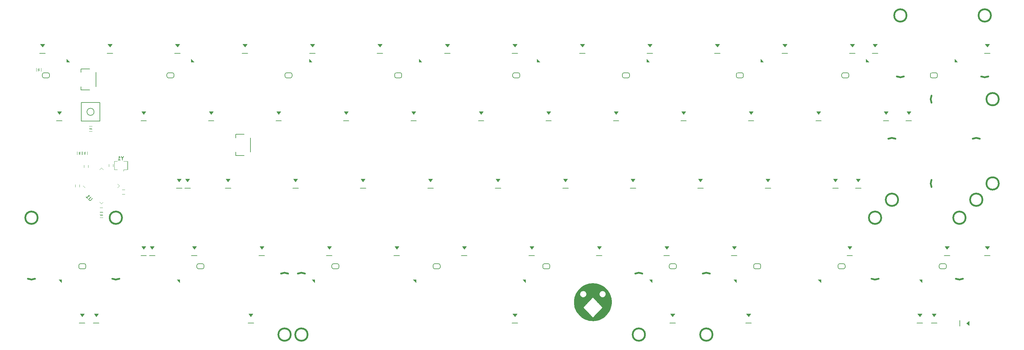
<source format=gbr>
%TF.GenerationSoftware,KiCad,Pcbnew,(5.1.11)-1*%
%TF.CreationDate,2022-10-09T01:58:47+07:00*%
%TF.ProjectId,Eclipse60,45636c69-7073-4653-9630-2e6b69636164,rev?*%
%TF.SameCoordinates,Original*%
%TF.FileFunction,Legend,Bot*%
%TF.FilePolarity,Positive*%
%FSLAX46Y46*%
G04 Gerber Fmt 4.6, Leading zero omitted, Abs format (unit mm)*
G04 Created by KiCad (PCBNEW (5.1.11)-1) date 2022-10-09 01:58:47*
%MOMM*%
%LPD*%
G01*
G04 APERTURE LIST*
%ADD10C,0.010000*%
%ADD11C,0.150000*%
%ADD12C,0.100000*%
%ADD13C,0.500000*%
%ADD14C,0.120000*%
G04 APERTURE END LIST*
D10*
%TO.C,G\u002A\u002A\u002A*%
G36*
X196379322Y-106797627D02*
G01*
X196238334Y-106800808D01*
X196112517Y-106806898D01*
X195993601Y-106816545D01*
X195873318Y-106830393D01*
X195743399Y-106849089D01*
X195623000Y-106868637D01*
X195234290Y-106949869D01*
X194855470Y-107060448D01*
X194487898Y-107199139D01*
X194132932Y-107364707D01*
X193791929Y-107555919D01*
X193466248Y-107771537D01*
X193157245Y-108010329D01*
X192866278Y-108271059D01*
X192594706Y-108552492D01*
X192343885Y-108853393D01*
X192115173Y-109172528D01*
X191909927Y-109508661D01*
X191729506Y-109860558D01*
X191575267Y-110226985D01*
X191448568Y-110606705D01*
X191426158Y-110685937D01*
X191365398Y-110926852D01*
X191318539Y-111158921D01*
X191284220Y-111391642D01*
X191261082Y-111634515D01*
X191247765Y-111897039D01*
X191246462Y-111941240D01*
X191246868Y-112312045D01*
X191269316Y-112665154D01*
X191314879Y-113006713D01*
X191384632Y-113342868D01*
X191479649Y-113679765D01*
X191601004Y-114023549D01*
X191618079Y-114067312D01*
X191776181Y-114425688D01*
X191963135Y-114773073D01*
X192177317Y-115107370D01*
X192417101Y-115426482D01*
X192680859Y-115728309D01*
X192966967Y-116010755D01*
X193273798Y-116271721D01*
X193403450Y-116370720D01*
X193735731Y-116596811D01*
X194085232Y-116796590D01*
X194450617Y-116969509D01*
X194830548Y-117115018D01*
X195223690Y-117232567D01*
X195628705Y-117321608D01*
X195779031Y-117346867D01*
X195853555Y-117357487D01*
X195927504Y-117365881D01*
X196006353Y-117372352D01*
X196095574Y-117377205D01*
X196200642Y-117380743D01*
X196327029Y-117383271D01*
X196464375Y-117384942D01*
X196587009Y-117385893D01*
X196702603Y-117386333D01*
X196806410Y-117386279D01*
X196893681Y-117385749D01*
X196959666Y-117384759D01*
X196999618Y-117383327D01*
X197004125Y-117382983D01*
X197404282Y-117331237D01*
X197799209Y-117249918D01*
X198185654Y-117139968D01*
X198560363Y-117002331D01*
X198920082Y-116837949D01*
X198966860Y-116813998D01*
X199261540Y-116651025D01*
X199533429Y-116478645D01*
X199789360Y-116291773D01*
X200036169Y-116085325D01*
X200280690Y-115854217D01*
X200346502Y-115787651D01*
X200624195Y-115480930D01*
X200874540Y-115158270D01*
X201097184Y-114820447D01*
X201291774Y-114468235D01*
X201457957Y-114102410D01*
X201595381Y-113723746D01*
X201632100Y-113591284D01*
X199255153Y-113591284D01*
X199246091Y-113608139D01*
X199218066Y-113643907D01*
X199174332Y-113694821D01*
X199118142Y-113757111D01*
X199052751Y-113827009D01*
X199040840Y-113839495D01*
X198884734Y-114002746D01*
X198723312Y-114171675D01*
X198558058Y-114344724D01*
X198390456Y-114520334D01*
X198221988Y-114696944D01*
X198054139Y-114872996D01*
X197888393Y-115046930D01*
X197726233Y-115217186D01*
X197569142Y-115382205D01*
X197418604Y-115540427D01*
X197276103Y-115690293D01*
X197143122Y-115830243D01*
X197021145Y-115958719D01*
X196911655Y-116074159D01*
X196816137Y-116175006D01*
X196736073Y-116259699D01*
X196672948Y-116326679D01*
X196628244Y-116374387D01*
X196603446Y-116401262D01*
X196599648Y-116405572D01*
X196570320Y-116436537D01*
X196548584Y-116452575D01*
X196543961Y-116453197D01*
X196531414Y-116441233D01*
X196498692Y-116408018D01*
X196447490Y-116355316D01*
X196379504Y-116284893D01*
X196296428Y-116198514D01*
X196199957Y-116097944D01*
X196091785Y-115984949D01*
X195973609Y-115861293D01*
X195847123Y-115728743D01*
X195714021Y-115589063D01*
X195685933Y-115559562D01*
X195537237Y-115403396D01*
X195384061Y-115242580D01*
X195229469Y-115080331D01*
X195076527Y-114919862D01*
X194928299Y-114764387D01*
X194787852Y-114617123D01*
X194658250Y-114481283D01*
X194542558Y-114360082D01*
X194443841Y-114256735D01*
X194393907Y-114204500D01*
X194265964Y-114070599D01*
X194158402Y-113957709D01*
X194069552Y-113863993D01*
X193997748Y-113787615D01*
X193941322Y-113726738D01*
X193898608Y-113679525D01*
X193867938Y-113644141D01*
X193847645Y-113618748D01*
X193836062Y-113601510D01*
X193831521Y-113590591D01*
X193831796Y-113585281D01*
X193843071Y-113572523D01*
X193874568Y-113538542D01*
X193924613Y-113485104D01*
X193991530Y-113413974D01*
X194073641Y-113326918D01*
X194169273Y-113225702D01*
X194276748Y-113112092D01*
X194394390Y-112987854D01*
X194520525Y-112854754D01*
X194653476Y-112714557D01*
X194791568Y-112569030D01*
X194933123Y-112419937D01*
X195076467Y-112269046D01*
X195219924Y-112118122D01*
X195361818Y-111968930D01*
X195500472Y-111823237D01*
X195634212Y-111682808D01*
X195761361Y-111549410D01*
X195880243Y-111424807D01*
X195989182Y-111310767D01*
X196086503Y-111209054D01*
X196131421Y-111162187D01*
X196202572Y-111087934D01*
X196277895Y-111009224D01*
X196349129Y-110934694D01*
X196408013Y-110872984D01*
X196416066Y-110864531D01*
X196464904Y-110814241D01*
X196505889Y-110773883D01*
X196534060Y-110748230D01*
X196543959Y-110741500D01*
X196556357Y-110752751D01*
X196588959Y-110785376D01*
X196640153Y-110837679D01*
X196708327Y-110907966D01*
X196791869Y-110994543D01*
X196889166Y-111095715D01*
X196998607Y-111209788D01*
X197118579Y-111335067D01*
X197247471Y-111469858D01*
X197383670Y-111612465D01*
X197525563Y-111761196D01*
X197671540Y-111914354D01*
X197819988Y-112070246D01*
X197969295Y-112227177D01*
X198117848Y-112383452D01*
X198264037Y-112537378D01*
X198406247Y-112687259D01*
X198542868Y-112831401D01*
X198672287Y-112968110D01*
X198792893Y-113095690D01*
X198903073Y-113212448D01*
X199001214Y-113316689D01*
X199085706Y-113406719D01*
X199154935Y-113480842D01*
X199207290Y-113537365D01*
X199241159Y-113574593D01*
X199254929Y-113590831D01*
X199255153Y-113591284D01*
X201632100Y-113591284D01*
X201703693Y-113333018D01*
X201782539Y-112931000D01*
X201830732Y-112528615D01*
X201838309Y-112402384D01*
X201842338Y-112255018D01*
X201842990Y-112094476D01*
X201840434Y-111928716D01*
X201834840Y-111765695D01*
X201826379Y-111613371D01*
X201815219Y-111479702D01*
X201806825Y-111408250D01*
X201735970Y-110997353D01*
X201636845Y-110600690D01*
X201509157Y-110217485D01*
X201359941Y-109864300D01*
X200177753Y-109864300D01*
X200171255Y-109962855D01*
X200157878Y-110044585D01*
X200153783Y-110059962D01*
X200094047Y-110211407D01*
X200009419Y-110349953D01*
X199903631Y-110471933D01*
X199780416Y-110573677D01*
X199643504Y-110651519D01*
X199502137Y-110700479D01*
X199395340Y-110717586D01*
X199273874Y-110723142D01*
X199152652Y-110717123D01*
X199053637Y-110701218D01*
X198904045Y-110650080D01*
X198765500Y-110571531D01*
X198641532Y-110469006D01*
X198535672Y-110345941D01*
X198451451Y-110205773D01*
X198394718Y-110059962D01*
X198379746Y-109983797D01*
X198371643Y-109888130D01*
X198371370Y-109864300D01*
X194716753Y-109864300D01*
X194710255Y-109962855D01*
X194696878Y-110044585D01*
X194692783Y-110059962D01*
X194633047Y-110211407D01*
X194548419Y-110349953D01*
X194442631Y-110471933D01*
X194319416Y-110573677D01*
X194182504Y-110651519D01*
X194041137Y-110700479D01*
X193934340Y-110717586D01*
X193812874Y-110723142D01*
X193691652Y-110717123D01*
X193592637Y-110701218D01*
X193443045Y-110650080D01*
X193304500Y-110571531D01*
X193180532Y-110469006D01*
X193074672Y-110345941D01*
X192990451Y-110205773D01*
X192933718Y-110059962D01*
X192918746Y-109983797D01*
X192910643Y-109888130D01*
X192909453Y-109784467D01*
X192915217Y-109684313D01*
X192927977Y-109599174D01*
X192931955Y-109582745D01*
X192988353Y-109430925D01*
X193071768Y-109291413D01*
X193178695Y-109167765D01*
X193305630Y-109063538D01*
X193449070Y-108982288D01*
X193567188Y-108938026D01*
X193662342Y-108918824D01*
X193774603Y-108910113D01*
X193891112Y-108911893D01*
X193999010Y-108924164D01*
X194059313Y-108938026D01*
X194212970Y-108999398D01*
X194352790Y-109086455D01*
X194475270Y-109195639D01*
X194576904Y-109323395D01*
X194654191Y-109466166D01*
X194694546Y-109582745D01*
X194708941Y-109662739D01*
X194716329Y-109760426D01*
X194716753Y-109864300D01*
X198371370Y-109864300D01*
X198370453Y-109784467D01*
X198376217Y-109684313D01*
X198388977Y-109599174D01*
X198392955Y-109582745D01*
X198449353Y-109430925D01*
X198532768Y-109291413D01*
X198639695Y-109167765D01*
X198766630Y-109063538D01*
X198910070Y-108982288D01*
X199028188Y-108938026D01*
X199123039Y-108918882D01*
X199235058Y-108910154D01*
X199351420Y-108911847D01*
X199459299Y-108923965D01*
X199520313Y-108937879D01*
X199672255Y-108998523D01*
X199811247Y-109085060D01*
X199933569Y-109193717D01*
X200035505Y-109320720D01*
X200113337Y-109462293D01*
X200155546Y-109582745D01*
X200169941Y-109662739D01*
X200177329Y-109760426D01*
X200177753Y-109864300D01*
X201359941Y-109864300D01*
X201352616Y-109846964D01*
X201166929Y-109488352D01*
X200955286Y-109146062D01*
X200717301Y-108818713D01*
X200456626Y-108511888D01*
X200174921Y-108226669D01*
X199873845Y-107964139D01*
X199555059Y-107725382D01*
X199220222Y-107511479D01*
X198870994Y-107323514D01*
X198509035Y-107162571D01*
X198136005Y-107029731D01*
X197753563Y-106926077D01*
X197464500Y-106868637D01*
X197320394Y-106845452D01*
X197192750Y-106827648D01*
X197073301Y-106814579D01*
X196953777Y-106805599D01*
X196825909Y-106800062D01*
X196681429Y-106797323D01*
X196543750Y-106796711D01*
X196379322Y-106797627D01*
G37*
X196379322Y-106797627D02*
X196238334Y-106800808D01*
X196112517Y-106806898D01*
X195993601Y-106816545D01*
X195873318Y-106830393D01*
X195743399Y-106849089D01*
X195623000Y-106868637D01*
X195234290Y-106949869D01*
X194855470Y-107060448D01*
X194487898Y-107199139D01*
X194132932Y-107364707D01*
X193791929Y-107555919D01*
X193466248Y-107771537D01*
X193157245Y-108010329D01*
X192866278Y-108271059D01*
X192594706Y-108552492D01*
X192343885Y-108853393D01*
X192115173Y-109172528D01*
X191909927Y-109508661D01*
X191729506Y-109860558D01*
X191575267Y-110226985D01*
X191448568Y-110606705D01*
X191426158Y-110685937D01*
X191365398Y-110926852D01*
X191318539Y-111158921D01*
X191284220Y-111391642D01*
X191261082Y-111634515D01*
X191247765Y-111897039D01*
X191246462Y-111941240D01*
X191246868Y-112312045D01*
X191269316Y-112665154D01*
X191314879Y-113006713D01*
X191384632Y-113342868D01*
X191479649Y-113679765D01*
X191601004Y-114023549D01*
X191618079Y-114067312D01*
X191776181Y-114425688D01*
X191963135Y-114773073D01*
X192177317Y-115107370D01*
X192417101Y-115426482D01*
X192680859Y-115728309D01*
X192966967Y-116010755D01*
X193273798Y-116271721D01*
X193403450Y-116370720D01*
X193735731Y-116596811D01*
X194085232Y-116796590D01*
X194450617Y-116969509D01*
X194830548Y-117115018D01*
X195223690Y-117232567D01*
X195628705Y-117321608D01*
X195779031Y-117346867D01*
X195853555Y-117357487D01*
X195927504Y-117365881D01*
X196006353Y-117372352D01*
X196095574Y-117377205D01*
X196200642Y-117380743D01*
X196327029Y-117383271D01*
X196464375Y-117384942D01*
X196587009Y-117385893D01*
X196702603Y-117386333D01*
X196806410Y-117386279D01*
X196893681Y-117385749D01*
X196959666Y-117384759D01*
X196999618Y-117383327D01*
X197004125Y-117382983D01*
X197404282Y-117331237D01*
X197799209Y-117249918D01*
X198185654Y-117139968D01*
X198560363Y-117002331D01*
X198920082Y-116837949D01*
X198966860Y-116813998D01*
X199261540Y-116651025D01*
X199533429Y-116478645D01*
X199789360Y-116291773D01*
X200036169Y-116085325D01*
X200280690Y-115854217D01*
X200346502Y-115787651D01*
X200624195Y-115480930D01*
X200874540Y-115158270D01*
X201097184Y-114820447D01*
X201291774Y-114468235D01*
X201457957Y-114102410D01*
X201595381Y-113723746D01*
X201632100Y-113591284D01*
X199255153Y-113591284D01*
X199246091Y-113608139D01*
X199218066Y-113643907D01*
X199174332Y-113694821D01*
X199118142Y-113757111D01*
X199052751Y-113827009D01*
X199040840Y-113839495D01*
X198884734Y-114002746D01*
X198723312Y-114171675D01*
X198558058Y-114344724D01*
X198390456Y-114520334D01*
X198221988Y-114696944D01*
X198054139Y-114872996D01*
X197888393Y-115046930D01*
X197726233Y-115217186D01*
X197569142Y-115382205D01*
X197418604Y-115540427D01*
X197276103Y-115690293D01*
X197143122Y-115830243D01*
X197021145Y-115958719D01*
X196911655Y-116074159D01*
X196816137Y-116175006D01*
X196736073Y-116259699D01*
X196672948Y-116326679D01*
X196628244Y-116374387D01*
X196603446Y-116401262D01*
X196599648Y-116405572D01*
X196570320Y-116436537D01*
X196548584Y-116452575D01*
X196543961Y-116453197D01*
X196531414Y-116441233D01*
X196498692Y-116408018D01*
X196447490Y-116355316D01*
X196379504Y-116284893D01*
X196296428Y-116198514D01*
X196199957Y-116097944D01*
X196091785Y-115984949D01*
X195973609Y-115861293D01*
X195847123Y-115728743D01*
X195714021Y-115589063D01*
X195685933Y-115559562D01*
X195537237Y-115403396D01*
X195384061Y-115242580D01*
X195229469Y-115080331D01*
X195076527Y-114919862D01*
X194928299Y-114764387D01*
X194787852Y-114617123D01*
X194658250Y-114481283D01*
X194542558Y-114360082D01*
X194443841Y-114256735D01*
X194393907Y-114204500D01*
X194265964Y-114070599D01*
X194158402Y-113957709D01*
X194069552Y-113863993D01*
X193997748Y-113787615D01*
X193941322Y-113726738D01*
X193898608Y-113679525D01*
X193867938Y-113644141D01*
X193847645Y-113618748D01*
X193836062Y-113601510D01*
X193831521Y-113590591D01*
X193831796Y-113585281D01*
X193843071Y-113572523D01*
X193874568Y-113538542D01*
X193924613Y-113485104D01*
X193991530Y-113413974D01*
X194073641Y-113326918D01*
X194169273Y-113225702D01*
X194276748Y-113112092D01*
X194394390Y-112987854D01*
X194520525Y-112854754D01*
X194653476Y-112714557D01*
X194791568Y-112569030D01*
X194933123Y-112419937D01*
X195076467Y-112269046D01*
X195219924Y-112118122D01*
X195361818Y-111968930D01*
X195500472Y-111823237D01*
X195634212Y-111682808D01*
X195761361Y-111549410D01*
X195880243Y-111424807D01*
X195989182Y-111310767D01*
X196086503Y-111209054D01*
X196131421Y-111162187D01*
X196202572Y-111087934D01*
X196277895Y-111009224D01*
X196349129Y-110934694D01*
X196408013Y-110872984D01*
X196416066Y-110864531D01*
X196464904Y-110814241D01*
X196505889Y-110773883D01*
X196534060Y-110748230D01*
X196543959Y-110741500D01*
X196556357Y-110752751D01*
X196588959Y-110785376D01*
X196640153Y-110837679D01*
X196708327Y-110907966D01*
X196791869Y-110994543D01*
X196889166Y-111095715D01*
X196998607Y-111209788D01*
X197118579Y-111335067D01*
X197247471Y-111469858D01*
X197383670Y-111612465D01*
X197525563Y-111761196D01*
X197671540Y-111914354D01*
X197819988Y-112070246D01*
X197969295Y-112227177D01*
X198117848Y-112383452D01*
X198264037Y-112537378D01*
X198406247Y-112687259D01*
X198542868Y-112831401D01*
X198672287Y-112968110D01*
X198792893Y-113095690D01*
X198903073Y-113212448D01*
X199001214Y-113316689D01*
X199085706Y-113406719D01*
X199154935Y-113480842D01*
X199207290Y-113537365D01*
X199241159Y-113574593D01*
X199254929Y-113590831D01*
X199255153Y-113591284D01*
X201632100Y-113591284D01*
X201703693Y-113333018D01*
X201782539Y-112931000D01*
X201830732Y-112528615D01*
X201838309Y-112402384D01*
X201842338Y-112255018D01*
X201842990Y-112094476D01*
X201840434Y-111928716D01*
X201834840Y-111765695D01*
X201826379Y-111613371D01*
X201815219Y-111479702D01*
X201806825Y-111408250D01*
X201735970Y-110997353D01*
X201636845Y-110600690D01*
X201509157Y-110217485D01*
X201359941Y-109864300D01*
X200177753Y-109864300D01*
X200171255Y-109962855D01*
X200157878Y-110044585D01*
X200153783Y-110059962D01*
X200094047Y-110211407D01*
X200009419Y-110349953D01*
X199903631Y-110471933D01*
X199780416Y-110573677D01*
X199643504Y-110651519D01*
X199502137Y-110700479D01*
X199395340Y-110717586D01*
X199273874Y-110723142D01*
X199152652Y-110717123D01*
X199053637Y-110701218D01*
X198904045Y-110650080D01*
X198765500Y-110571531D01*
X198641532Y-110469006D01*
X198535672Y-110345941D01*
X198451451Y-110205773D01*
X198394718Y-110059962D01*
X198379746Y-109983797D01*
X198371643Y-109888130D01*
X198371370Y-109864300D01*
X194716753Y-109864300D01*
X194710255Y-109962855D01*
X194696878Y-110044585D01*
X194692783Y-110059962D01*
X194633047Y-110211407D01*
X194548419Y-110349953D01*
X194442631Y-110471933D01*
X194319416Y-110573677D01*
X194182504Y-110651519D01*
X194041137Y-110700479D01*
X193934340Y-110717586D01*
X193812874Y-110723142D01*
X193691652Y-110717123D01*
X193592637Y-110701218D01*
X193443045Y-110650080D01*
X193304500Y-110571531D01*
X193180532Y-110469006D01*
X193074672Y-110345941D01*
X192990451Y-110205773D01*
X192933718Y-110059962D01*
X192918746Y-109983797D01*
X192910643Y-109888130D01*
X192909453Y-109784467D01*
X192915217Y-109684313D01*
X192927977Y-109599174D01*
X192931955Y-109582745D01*
X192988353Y-109430925D01*
X193071768Y-109291413D01*
X193178695Y-109167765D01*
X193305630Y-109063538D01*
X193449070Y-108982288D01*
X193567188Y-108938026D01*
X193662342Y-108918824D01*
X193774603Y-108910113D01*
X193891112Y-108911893D01*
X193999010Y-108924164D01*
X194059313Y-108938026D01*
X194212970Y-108999398D01*
X194352790Y-109086455D01*
X194475270Y-109195639D01*
X194576904Y-109323395D01*
X194654191Y-109466166D01*
X194694546Y-109582745D01*
X194708941Y-109662739D01*
X194716329Y-109760426D01*
X194716753Y-109864300D01*
X198371370Y-109864300D01*
X198370453Y-109784467D01*
X198376217Y-109684313D01*
X198388977Y-109599174D01*
X198392955Y-109582745D01*
X198449353Y-109430925D01*
X198532768Y-109291413D01*
X198639695Y-109167765D01*
X198766630Y-109063538D01*
X198910070Y-108982288D01*
X199028188Y-108938026D01*
X199123039Y-108918882D01*
X199235058Y-108910154D01*
X199351420Y-108911847D01*
X199459299Y-108923965D01*
X199520313Y-108937879D01*
X199672255Y-108998523D01*
X199811247Y-109085060D01*
X199933569Y-109193717D01*
X200035505Y-109320720D01*
X200113337Y-109462293D01*
X200155546Y-109582745D01*
X200169941Y-109662739D01*
X200177329Y-109760426D01*
X200177753Y-109864300D01*
X201359941Y-109864300D01*
X201352616Y-109846964D01*
X201166929Y-109488352D01*
X200955286Y-109146062D01*
X200717301Y-108818713D01*
X200456626Y-108511888D01*
X200174921Y-108226669D01*
X199873845Y-107964139D01*
X199555059Y-107725382D01*
X199220222Y-107511479D01*
X198870994Y-107323514D01*
X198509035Y-107162571D01*
X198136005Y-107029731D01*
X197753563Y-106926077D01*
X197464500Y-106868637D01*
X197320394Y-106845452D01*
X197192750Y-106827648D01*
X197073301Y-106814579D01*
X196953777Y-106805599D01*
X196825909Y-106800062D01*
X196681429Y-106797323D01*
X196543750Y-106796711D01*
X196379322Y-106797627D01*
D11*
%TO.C,J1*%
X95742750Y-69696000D02*
X95742750Y-70696000D01*
X95742750Y-70696000D02*
X98142750Y-70696000D01*
X99942750Y-69696000D02*
X99942750Y-65696000D01*
X98142750Y-64696000D02*
X95742750Y-64696000D01*
X95742750Y-64696000D02*
X95742750Y-65696000D01*
%TO.C,J2*%
X52113750Y-51184375D02*
X52113750Y-52184375D01*
X52113750Y-52184375D02*
X54513750Y-52184375D01*
X56313750Y-51184375D02*
X56313750Y-47184375D01*
X54513750Y-46184375D02*
X52113750Y-46184375D01*
X52113750Y-46184375D02*
X52113750Y-47184375D01*
D12*
%TO.C,D16*%
G36*
X219075000Y-116200000D02*
G01*
X219675000Y-115400000D01*
X218475000Y-115400000D01*
X219075000Y-116200000D01*
G37*
X219075000Y-116200000D02*
X219675000Y-115400000D01*
X218475000Y-115400000D01*
X219075000Y-116200000D01*
D11*
X218275000Y-118000000D02*
X219875000Y-118000000D01*
D13*
%TO.C,MX84*%
X311153750Y-54768750D02*
G75*
G03*
X311153750Y-54768750I-1750000J0D01*
G01*
X311153750Y-78581250D02*
G75*
G03*
X311153750Y-78581250I-1750000J0D01*
G01*
X292163225Y-53769801D02*
G75*
G03*
X292163750Y-55768750I2000525J-998949D01*
G01*
X292163225Y-77582301D02*
G75*
G03*
X292163750Y-79581250I2000525J-998949D01*
G01*
%TO.C,MX45*%
X282737500Y-83185000D02*
G75*
G03*
X282737500Y-83185000I-1750000J0D01*
G01*
X306550000Y-83185000D02*
G75*
G03*
X306550000Y-83185000I-1750000J0D01*
G01*
X281986449Y-65944475D02*
G75*
G03*
X279987500Y-65945000I-998949J-2000525D01*
G01*
X305798949Y-65944475D02*
G75*
G03*
X303800000Y-65945000I-998949J-2000525D01*
G01*
%TO.C,MX79*%
X116050000Y-121285000D02*
G75*
G03*
X116050000Y-121285000I-1750000J0D01*
G01*
X230350000Y-121285000D02*
G75*
G03*
X230350000Y-121285000I-1750000J0D01*
G01*
X229598949Y-104044475D02*
G75*
G03*
X227600000Y-104045000I-998949J-2000525D01*
G01*
X115298949Y-104044475D02*
G75*
G03*
X113300000Y-104045000I-998949J-2000525D01*
G01*
D14*
%TO.C,R5*%
X40825000Y-46859375D02*
X40825000Y-46009375D01*
X39425000Y-46859375D02*
X39425000Y-46009375D01*
D12*
X39925000Y-46184375D02*
X40325000Y-46084375D01*
X40325000Y-46684375D02*
X39925000Y-46584375D01*
X39925000Y-46784375D02*
X40325000Y-46684375D01*
X39925000Y-46584375D02*
X40325000Y-46484375D01*
X40325000Y-46484375D02*
X39925000Y-46384375D01*
X39925000Y-46384375D02*
X40325000Y-46284375D01*
X40325000Y-46284375D02*
X39925000Y-46184375D01*
D11*
%TO.C,D72*%
X300175000Y-117300000D02*
X300175000Y-118900000D01*
D12*
G36*
X301975000Y-118100000D02*
G01*
X302775000Y-118700000D01*
X302775000Y-117500000D01*
X301975000Y-118100000D01*
G37*
X301975000Y-118100000D02*
X302775000Y-118700000D01*
X302775000Y-117500000D01*
X301975000Y-118100000D01*
D11*
%TO.C,D70*%
X292093750Y-118000000D02*
X293693750Y-118000000D01*
D12*
G36*
X292893750Y-116200000D02*
G01*
X293493750Y-115400000D01*
X292293750Y-115400000D01*
X292893750Y-116200000D01*
G37*
X292893750Y-116200000D02*
X293493750Y-115400000D01*
X292293750Y-115400000D01*
X292893750Y-116200000D01*
D11*
%TO.C,D69*%
X173749000Y-118000000D02*
X175349000Y-118000000D01*
D12*
G36*
X174549000Y-116200000D02*
G01*
X175149000Y-115400000D01*
X173949000Y-115400000D01*
X174549000Y-116200000D01*
G37*
X174549000Y-116200000D02*
X175149000Y-115400000D01*
X173949000Y-115400000D01*
X174549000Y-116200000D01*
D11*
%TO.C,D68*%
X239706420Y-118000000D02*
X241306420Y-118000000D01*
D12*
G36*
X240506420Y-116200000D02*
G01*
X241106420Y-115400000D01*
X239906420Y-115400000D01*
X240506420Y-116200000D01*
G37*
X240506420Y-116200000D02*
X241106420Y-115400000D01*
X239906420Y-115400000D01*
X240506420Y-116200000D01*
D11*
%TO.C,D67*%
X99212500Y-118000000D02*
X100812500Y-118000000D01*
D12*
G36*
X100012500Y-116200000D02*
G01*
X100612500Y-115400000D01*
X99412500Y-115400000D01*
X100012500Y-116200000D01*
G37*
X100012500Y-116200000D02*
X100612500Y-115400000D01*
X99412500Y-115400000D01*
X100012500Y-116200000D01*
D11*
%TO.C,D66*%
X55587500Y-118000000D02*
X57187500Y-118000000D01*
D12*
G36*
X56387500Y-116200000D02*
G01*
X56987500Y-115400000D01*
X55787500Y-115400000D01*
X56387500Y-116200000D01*
G37*
X56387500Y-116200000D02*
X56987500Y-115400000D01*
X55787500Y-115400000D01*
X56387500Y-116200000D01*
D11*
%TO.C,D65*%
X51587500Y-118000000D02*
X53187500Y-118000000D01*
D12*
G36*
X52387500Y-116200000D02*
G01*
X52987500Y-115400000D01*
X51787500Y-115400000D01*
X52387500Y-116200000D01*
G37*
X52387500Y-116200000D02*
X52987500Y-115400000D01*
X51787500Y-115400000D01*
X52387500Y-116200000D01*
D11*
%TO.C,D63*%
X307099000Y-98950000D02*
X308699000Y-98950000D01*
D12*
G36*
X307899000Y-97150000D02*
G01*
X308499000Y-96350000D01*
X307299000Y-96350000D01*
X307899000Y-97150000D01*
G37*
X307899000Y-97150000D02*
X308499000Y-96350000D01*
X307299000Y-96350000D01*
X307899000Y-97150000D01*
D11*
%TO.C,D30*%
X284950000Y-60850000D02*
X286550000Y-60850000D01*
D12*
G36*
X285750000Y-59050000D02*
G01*
X286350000Y-58250000D01*
X285150000Y-58250000D01*
X285750000Y-59050000D01*
G37*
X285750000Y-59050000D02*
X286350000Y-58250000D01*
X285150000Y-58250000D01*
X285750000Y-59050000D01*
D11*
%TO.C,SW1*%
X55768750Y-58340625D02*
G75*
G03*
X55768750Y-58340625I-1000000J0D01*
G01*
X52168750Y-55740625D02*
X52168750Y-60940625D01*
X57368750Y-55740625D02*
X52168750Y-55740625D01*
X57368750Y-60940625D02*
X57368750Y-55740625D01*
X52168750Y-60940625D02*
X57368750Y-60940625D01*
D12*
%TO.C,R4*%
X54918750Y-63303125D02*
X55018750Y-62903125D01*
X54818750Y-62903125D02*
X54918750Y-63303125D01*
X54718750Y-63303125D02*
X54818750Y-62903125D01*
X54618750Y-62903125D02*
X54718750Y-63303125D01*
X54418750Y-62903125D02*
X54518750Y-63303125D01*
X54518750Y-63303125D02*
X54618750Y-62903125D01*
X55018750Y-62903125D02*
X55118750Y-63303125D01*
D14*
X54343750Y-62403125D02*
X55193750Y-62403125D01*
X54343750Y-63803125D02*
X55193750Y-63803125D01*
D12*
%TO.C,RGB18*%
G36*
X288693750Y-105784375D02*
G01*
X289493750Y-105784375D01*
X289493750Y-106584375D01*
X288693750Y-105784375D01*
G37*
X288693750Y-105784375D02*
X289493750Y-105784375D01*
X289493750Y-106584375D01*
X288693750Y-105784375D01*
D11*
X294343750Y-101734375D02*
X294343750Y-102234375D01*
X295843750Y-101234375D02*
X294843750Y-101234375D01*
X296343750Y-102234375D02*
X296343750Y-101734375D01*
X294843750Y-102734375D02*
X295843750Y-102734375D01*
X296343750Y-101734375D02*
G75*
G03*
X295843750Y-101234375I-500000J0D01*
G01*
X294843750Y-101234375D02*
G75*
G03*
X294343750Y-101734375I0J-500000D01*
G01*
X294343750Y-102234375D02*
G75*
G03*
X294843750Y-102734375I500000J0D01*
G01*
X295843750Y-102734375D02*
G75*
G03*
X296343750Y-102234375I0J500000D01*
G01*
D12*
%TO.C,RGB17*%
G36*
X260118750Y-105784375D02*
G01*
X260918750Y-105784375D01*
X260918750Y-106584375D01*
X260118750Y-105784375D01*
G37*
X260118750Y-105784375D02*
X260918750Y-105784375D01*
X260918750Y-106584375D01*
X260118750Y-105784375D01*
D11*
X265768750Y-101734375D02*
X265768750Y-102234375D01*
X267268750Y-101234375D02*
X266268750Y-101234375D01*
X267768750Y-102234375D02*
X267768750Y-101734375D01*
X266268750Y-102734375D02*
X267268750Y-102734375D01*
X267768750Y-101734375D02*
G75*
G03*
X267268750Y-101234375I-500000J0D01*
G01*
X266268750Y-101234375D02*
G75*
G03*
X265768750Y-101734375I0J-500000D01*
G01*
X265768750Y-102234375D02*
G75*
G03*
X266268750Y-102734375I500000J0D01*
G01*
X267268750Y-102734375D02*
G75*
G03*
X267768750Y-102234375I0J500000D01*
G01*
D12*
%TO.C,RGB16*%
G36*
X236306250Y-105784375D02*
G01*
X237106250Y-105784375D01*
X237106250Y-106584375D01*
X236306250Y-105784375D01*
G37*
X236306250Y-105784375D02*
X237106250Y-105784375D01*
X237106250Y-106584375D01*
X236306250Y-105784375D01*
D11*
X241956250Y-101734375D02*
X241956250Y-102234375D01*
X243456250Y-101234375D02*
X242456250Y-101234375D01*
X243956250Y-102234375D02*
X243956250Y-101734375D01*
X242456250Y-102734375D02*
X243456250Y-102734375D01*
X243956250Y-101734375D02*
G75*
G03*
X243456250Y-101234375I-500000J0D01*
G01*
X242456250Y-101234375D02*
G75*
G03*
X241956250Y-101734375I0J-500000D01*
G01*
X241956250Y-102234375D02*
G75*
G03*
X242456250Y-102734375I500000J0D01*
G01*
X243456250Y-102734375D02*
G75*
G03*
X243956250Y-102234375I0J500000D01*
G01*
D12*
%TO.C,RGB15*%
G36*
X212493750Y-105784375D02*
G01*
X213293750Y-105784375D01*
X213293750Y-106584375D01*
X212493750Y-105784375D01*
G37*
X212493750Y-105784375D02*
X213293750Y-105784375D01*
X213293750Y-106584375D01*
X212493750Y-105784375D01*
D11*
X218143750Y-101734375D02*
X218143750Y-102234375D01*
X219643750Y-101234375D02*
X218643750Y-101234375D01*
X220143750Y-102234375D02*
X220143750Y-101734375D01*
X218643750Y-102734375D02*
X219643750Y-102734375D01*
X220143750Y-101734375D02*
G75*
G03*
X219643750Y-101234375I-500000J0D01*
G01*
X218643750Y-101234375D02*
G75*
G03*
X218143750Y-101734375I0J-500000D01*
G01*
X218143750Y-102234375D02*
G75*
G03*
X218643750Y-102734375I500000J0D01*
G01*
X219643750Y-102734375D02*
G75*
G03*
X220143750Y-102234375I0J500000D01*
G01*
D12*
%TO.C,RGB14*%
G36*
X176775000Y-105784375D02*
G01*
X177575000Y-105784375D01*
X177575000Y-106584375D01*
X176775000Y-105784375D01*
G37*
X176775000Y-105784375D02*
X177575000Y-105784375D01*
X177575000Y-106584375D01*
X176775000Y-105784375D01*
D11*
X182425000Y-101734375D02*
X182425000Y-102234375D01*
X183925000Y-101234375D02*
X182925000Y-101234375D01*
X184425000Y-102234375D02*
X184425000Y-101734375D01*
X182925000Y-102734375D02*
X183925000Y-102734375D01*
X184425000Y-101734375D02*
G75*
G03*
X183925000Y-101234375I-500000J0D01*
G01*
X182925000Y-101234375D02*
G75*
G03*
X182425000Y-101734375I0J-500000D01*
G01*
X182425000Y-102234375D02*
G75*
G03*
X182925000Y-102734375I500000J0D01*
G01*
X183925000Y-102734375D02*
G75*
G03*
X184425000Y-102234375I0J500000D01*
G01*
D12*
%TO.C,RGB13*%
G36*
X145818750Y-105784375D02*
G01*
X146618750Y-105784375D01*
X146618750Y-106584375D01*
X145818750Y-105784375D01*
G37*
X145818750Y-105784375D02*
X146618750Y-105784375D01*
X146618750Y-106584375D01*
X145818750Y-105784375D01*
D11*
X151468750Y-101734375D02*
X151468750Y-102234375D01*
X152968750Y-101234375D02*
X151968750Y-101234375D01*
X153468750Y-102234375D02*
X153468750Y-101734375D01*
X151968750Y-102734375D02*
X152968750Y-102734375D01*
X153468750Y-101734375D02*
G75*
G03*
X152968750Y-101234375I-500000J0D01*
G01*
X151968750Y-101234375D02*
G75*
G03*
X151468750Y-101734375I0J-500000D01*
G01*
X151468750Y-102234375D02*
G75*
G03*
X151968750Y-102734375I500000J0D01*
G01*
X152968750Y-102734375D02*
G75*
G03*
X153468750Y-102234375I0J500000D01*
G01*
D12*
%TO.C,RGB12*%
G36*
X117243750Y-105784375D02*
G01*
X118043750Y-105784375D01*
X118043750Y-106584375D01*
X117243750Y-105784375D01*
G37*
X117243750Y-105784375D02*
X118043750Y-105784375D01*
X118043750Y-106584375D01*
X117243750Y-105784375D01*
D11*
X122893750Y-101734375D02*
X122893750Y-102234375D01*
X124393750Y-101234375D02*
X123393750Y-101234375D01*
X124893750Y-102234375D02*
X124893750Y-101734375D01*
X123393750Y-102734375D02*
X124393750Y-102734375D01*
X124893750Y-101734375D02*
G75*
G03*
X124393750Y-101234375I-500000J0D01*
G01*
X123393750Y-101234375D02*
G75*
G03*
X122893750Y-101734375I0J-500000D01*
G01*
X122893750Y-102234375D02*
G75*
G03*
X123393750Y-102734375I500000J0D01*
G01*
X124393750Y-102734375D02*
G75*
G03*
X124893750Y-102234375I0J500000D01*
G01*
D12*
%TO.C,RGB11*%
G36*
X79143750Y-105784375D02*
G01*
X79943750Y-105784375D01*
X79943750Y-106584375D01*
X79143750Y-105784375D01*
G37*
X79143750Y-105784375D02*
X79943750Y-105784375D01*
X79943750Y-106584375D01*
X79143750Y-105784375D01*
D11*
X84793750Y-101734375D02*
X84793750Y-102234375D01*
X86293750Y-101234375D02*
X85293750Y-101234375D01*
X86793750Y-102234375D02*
X86793750Y-101734375D01*
X85293750Y-102734375D02*
X86293750Y-102734375D01*
X86793750Y-101734375D02*
G75*
G03*
X86293750Y-101234375I-500000J0D01*
G01*
X85293750Y-101234375D02*
G75*
G03*
X84793750Y-101734375I0J-500000D01*
G01*
X84793750Y-102234375D02*
G75*
G03*
X85293750Y-102734375I500000J0D01*
G01*
X86293750Y-102734375D02*
G75*
G03*
X86793750Y-102234375I0J500000D01*
G01*
D12*
%TO.C,RGB10*%
G36*
X45806250Y-105784375D02*
G01*
X46606250Y-105784375D01*
X46606250Y-106584375D01*
X45806250Y-105784375D01*
G37*
X45806250Y-105784375D02*
X46606250Y-105784375D01*
X46606250Y-106584375D01*
X45806250Y-105784375D01*
D11*
X51456250Y-101734375D02*
X51456250Y-102234375D01*
X52956250Y-101234375D02*
X51956250Y-101234375D01*
X53456250Y-102234375D02*
X53456250Y-101734375D01*
X51956250Y-102734375D02*
X52956250Y-102734375D01*
X53456250Y-101734375D02*
G75*
G03*
X52956250Y-101234375I-500000J0D01*
G01*
X51956250Y-101234375D02*
G75*
G03*
X51456250Y-101734375I0J-500000D01*
G01*
X51456250Y-102234375D02*
G75*
G03*
X51956250Y-102734375I500000J0D01*
G01*
X52956250Y-102734375D02*
G75*
G03*
X53456250Y-102234375I0J500000D01*
G01*
D13*
%TO.C,MX76*%
X301787500Y-88265000D02*
G75*
G03*
X301787500Y-88265000I-1750000J0D01*
G01*
X277975000Y-88265000D02*
G75*
G03*
X277975000Y-88265000I-1750000J0D01*
G01*
X275226051Y-105505525D02*
G75*
G03*
X277225000Y-105505000I998949J2000525D01*
G01*
X299038551Y-105505525D02*
G75*
G03*
X301037500Y-105505000I998949J2000525D01*
G01*
%TO.C,MX46*%
X285118750Y-31115000D02*
G75*
G03*
X285118750Y-31115000I-1750000J0D01*
G01*
X308931250Y-31115000D02*
G75*
G03*
X308931250Y-31115000I-1750000J0D01*
G01*
X306182301Y-48355525D02*
G75*
G03*
X308181250Y-48355000I998949J2000525D01*
G01*
X282369801Y-48355525D02*
G75*
G03*
X284368750Y-48355000I998949J2000525D01*
G01*
D12*
%TO.C,RGB9*%
G36*
X299475000Y-44234375D02*
G01*
X298675000Y-44234375D01*
X298675000Y-43434375D01*
X299475000Y-44234375D01*
G37*
X299475000Y-44234375D02*
X298675000Y-44234375D01*
X298675000Y-43434375D01*
X299475000Y-44234375D01*
D11*
X293825000Y-48284375D02*
X293825000Y-47784375D01*
X292325000Y-48784375D02*
X293325000Y-48784375D01*
X291825000Y-47784375D02*
X291825000Y-48284375D01*
X293325000Y-47284375D02*
X292325000Y-47284375D01*
X292325000Y-47284375D02*
G75*
G03*
X291825000Y-47784375I0J-500000D01*
G01*
X293825000Y-47784375D02*
G75*
G03*
X293325000Y-47284375I-500000J0D01*
G01*
X293325000Y-48784375D02*
G75*
G03*
X293825000Y-48284375I0J500000D01*
G01*
X291825000Y-48284375D02*
G75*
G03*
X292325000Y-48784375I500000J0D01*
G01*
D12*
%TO.C,RGB8*%
G36*
X274471875Y-44234375D02*
G01*
X273671875Y-44234375D01*
X273671875Y-43434375D01*
X274471875Y-44234375D01*
G37*
X274471875Y-44234375D02*
X273671875Y-44234375D01*
X273671875Y-43434375D01*
X274471875Y-44234375D01*
D11*
X268821875Y-48284375D02*
X268821875Y-47784375D01*
X267321875Y-48784375D02*
X268321875Y-48784375D01*
X266821875Y-47784375D02*
X266821875Y-48284375D01*
X268321875Y-47284375D02*
X267321875Y-47284375D01*
X267321875Y-47284375D02*
G75*
G03*
X266821875Y-47784375I0J-500000D01*
G01*
X268821875Y-47784375D02*
G75*
G03*
X268321875Y-47284375I-500000J0D01*
G01*
X268321875Y-48784375D02*
G75*
G03*
X268821875Y-48284375I0J500000D01*
G01*
X266821875Y-48284375D02*
G75*
G03*
X267321875Y-48784375I500000J0D01*
G01*
D12*
%TO.C,RGB7*%
G36*
X244706250Y-44234375D02*
G01*
X243906250Y-44234375D01*
X243906250Y-43434375D01*
X244706250Y-44234375D01*
G37*
X244706250Y-44234375D02*
X243906250Y-44234375D01*
X243906250Y-43434375D01*
X244706250Y-44234375D01*
D11*
X239056250Y-48284375D02*
X239056250Y-47784375D01*
X237556250Y-48784375D02*
X238556250Y-48784375D01*
X237056250Y-47784375D02*
X237056250Y-48284375D01*
X238556250Y-47284375D02*
X237556250Y-47284375D01*
X237556250Y-47284375D02*
G75*
G03*
X237056250Y-47784375I0J-500000D01*
G01*
X239056250Y-47784375D02*
G75*
G03*
X238556250Y-47284375I-500000J0D01*
G01*
X238556250Y-48784375D02*
G75*
G03*
X239056250Y-48284375I0J500000D01*
G01*
X237056250Y-48284375D02*
G75*
G03*
X237556250Y-48784375I500000J0D01*
G01*
D12*
%TO.C,RGB6*%
G36*
X212559375Y-44234375D02*
G01*
X211759375Y-44234375D01*
X211759375Y-43434375D01*
X212559375Y-44234375D01*
G37*
X212559375Y-44234375D02*
X211759375Y-44234375D01*
X211759375Y-43434375D01*
X212559375Y-44234375D01*
D11*
X206909375Y-48284375D02*
X206909375Y-47784375D01*
X205409375Y-48784375D02*
X206409375Y-48784375D01*
X204909375Y-47784375D02*
X204909375Y-48284375D01*
X206409375Y-47284375D02*
X205409375Y-47284375D01*
X205409375Y-47284375D02*
G75*
G03*
X204909375Y-47784375I0J-500000D01*
G01*
X206909375Y-47784375D02*
G75*
G03*
X206409375Y-47284375I-500000J0D01*
G01*
X206409375Y-48784375D02*
G75*
G03*
X206909375Y-48284375I0J500000D01*
G01*
X204909375Y-48284375D02*
G75*
G03*
X205409375Y-48784375I500000J0D01*
G01*
D12*
%TO.C,RGB5*%
G36*
X181603125Y-44234375D02*
G01*
X180803125Y-44234375D01*
X180803125Y-43434375D01*
X181603125Y-44234375D01*
G37*
X181603125Y-44234375D02*
X180803125Y-44234375D01*
X180803125Y-43434375D01*
X181603125Y-44234375D01*
D11*
X175953125Y-48284375D02*
X175953125Y-47784375D01*
X174453125Y-48784375D02*
X175453125Y-48784375D01*
X173953125Y-47784375D02*
X173953125Y-48284375D01*
X175453125Y-47284375D02*
X174453125Y-47284375D01*
X174453125Y-47284375D02*
G75*
G03*
X173953125Y-47784375I0J-500000D01*
G01*
X175953125Y-47784375D02*
G75*
G03*
X175453125Y-47284375I-500000J0D01*
G01*
X175453125Y-48784375D02*
G75*
G03*
X175953125Y-48284375I0J500000D01*
G01*
X173953125Y-48284375D02*
G75*
G03*
X174453125Y-48784375I500000J0D01*
G01*
D12*
%TO.C,RGB4*%
G36*
X148265625Y-44234375D02*
G01*
X147465625Y-44234375D01*
X147465625Y-43434375D01*
X148265625Y-44234375D01*
G37*
X148265625Y-44234375D02*
X147465625Y-44234375D01*
X147465625Y-43434375D01*
X148265625Y-44234375D01*
D11*
X142615625Y-48284375D02*
X142615625Y-47784375D01*
X141115625Y-48784375D02*
X142115625Y-48784375D01*
X140615625Y-47784375D02*
X140615625Y-48284375D01*
X142115625Y-47284375D02*
X141115625Y-47284375D01*
X141115625Y-47284375D02*
G75*
G03*
X140615625Y-47784375I0J-500000D01*
G01*
X142615625Y-47784375D02*
G75*
G03*
X142115625Y-47284375I-500000J0D01*
G01*
X142115625Y-48784375D02*
G75*
G03*
X142615625Y-48284375I0J500000D01*
G01*
X140615625Y-48284375D02*
G75*
G03*
X141115625Y-48784375I500000J0D01*
G01*
D12*
%TO.C,RGB3*%
G36*
X117309375Y-44234375D02*
G01*
X116509375Y-44234375D01*
X116509375Y-43434375D01*
X117309375Y-44234375D01*
G37*
X117309375Y-44234375D02*
X116509375Y-44234375D01*
X116509375Y-43434375D01*
X117309375Y-44234375D01*
D11*
X111659375Y-48284375D02*
X111659375Y-47784375D01*
X110159375Y-48784375D02*
X111159375Y-48784375D01*
X109659375Y-47784375D02*
X109659375Y-48284375D01*
X111159375Y-47284375D02*
X110159375Y-47284375D01*
X110159375Y-47284375D02*
G75*
G03*
X109659375Y-47784375I0J-500000D01*
G01*
X111659375Y-47784375D02*
G75*
G03*
X111159375Y-47284375I-500000J0D01*
G01*
X111159375Y-48784375D02*
G75*
G03*
X111659375Y-48284375I0J500000D01*
G01*
X109659375Y-48284375D02*
G75*
G03*
X110159375Y-48784375I500000J0D01*
G01*
D12*
%TO.C,RGB2*%
G36*
X83971875Y-44234375D02*
G01*
X83171875Y-44234375D01*
X83171875Y-43434375D01*
X83971875Y-44234375D01*
G37*
X83971875Y-44234375D02*
X83171875Y-44234375D01*
X83171875Y-43434375D01*
X83971875Y-44234375D01*
D11*
X78321875Y-48284375D02*
X78321875Y-47784375D01*
X76821875Y-48784375D02*
X77821875Y-48784375D01*
X76321875Y-47784375D02*
X76321875Y-48284375D01*
X77821875Y-47284375D02*
X76821875Y-47284375D01*
X76821875Y-47284375D02*
G75*
G03*
X76321875Y-47784375I0J-500000D01*
G01*
X78321875Y-47784375D02*
G75*
G03*
X77821875Y-47284375I-500000J0D01*
G01*
X77821875Y-48784375D02*
G75*
G03*
X78321875Y-48284375I0J500000D01*
G01*
X76321875Y-48284375D02*
G75*
G03*
X76821875Y-48784375I500000J0D01*
G01*
D12*
%TO.C,RGB1*%
G36*
X48825000Y-44234375D02*
G01*
X48025000Y-44234375D01*
X48025000Y-43434375D01*
X48825000Y-44234375D01*
G37*
X48825000Y-44234375D02*
X48025000Y-44234375D01*
X48025000Y-43434375D01*
X48825000Y-44234375D01*
D11*
X43175000Y-48284375D02*
X43175000Y-47784375D01*
X41675000Y-48784375D02*
X42675000Y-48784375D01*
X41175000Y-47784375D02*
X41175000Y-48284375D01*
X42675000Y-47284375D02*
X41675000Y-47284375D01*
X41675000Y-47284375D02*
G75*
G03*
X41175000Y-47784375I0J-500000D01*
G01*
X43175000Y-47784375D02*
G75*
G03*
X42675000Y-47284375I-500000J0D01*
G01*
X42675000Y-48784375D02*
G75*
G03*
X43175000Y-48284375I0J500000D01*
G01*
X41175000Y-48284375D02*
G75*
G03*
X41675000Y-48784375I500000J0D01*
G01*
D14*
%TO.C,U1*%
X53207341Y-79743902D02*
X52694689Y-79231250D01*
X62905311Y-79231250D02*
X62392659Y-79743902D01*
X62392659Y-78718598D02*
X62905311Y-79231250D01*
X57800000Y-74125939D02*
X57287348Y-74638591D01*
X58312652Y-74638591D02*
X57800000Y-74125939D01*
X57800000Y-84336561D02*
X58312652Y-83823909D01*
X57287348Y-83823909D02*
X57800000Y-84336561D01*
D12*
%TO.C,R3*%
X51443750Y-70134375D02*
X51843750Y-70234375D01*
X51843750Y-70034375D02*
X51443750Y-70134375D01*
X51443750Y-69934375D02*
X51843750Y-70034375D01*
X51843750Y-69834375D02*
X51443750Y-69934375D01*
X51843750Y-69634375D02*
X51443750Y-69734375D01*
X51443750Y-69734375D02*
X51843750Y-69834375D01*
X51843750Y-70234375D02*
X51443750Y-70334375D01*
D14*
X52343750Y-69559375D02*
X52343750Y-70409375D01*
X50943750Y-69559375D02*
X50943750Y-70409375D01*
D12*
%TO.C,R2*%
X53343750Y-69834375D02*
X52943750Y-69734375D01*
X52943750Y-69934375D02*
X53343750Y-69834375D01*
X53343750Y-70034375D02*
X52943750Y-69934375D01*
X52943750Y-70134375D02*
X53343750Y-70034375D01*
X52943750Y-70334375D02*
X53343750Y-70234375D01*
X53343750Y-70234375D02*
X52943750Y-70134375D01*
X52943750Y-69734375D02*
X53343750Y-69634375D01*
D14*
X52443750Y-70409375D02*
X52443750Y-69559375D01*
X53843750Y-70409375D02*
X53843750Y-69559375D01*
%TO.C,Y1*%
X65300000Y-74281250D02*
X65300000Y-74681250D01*
X65100000Y-74281250D02*
X65100000Y-74681250D01*
X61500000Y-74281250D02*
X61500000Y-74681250D01*
X65300000Y-72281250D02*
X65300000Y-74281250D01*
X64100000Y-74681250D02*
X64100000Y-75081250D01*
X64100000Y-74681250D02*
X65100000Y-74681250D01*
X65100000Y-74281250D02*
X65100000Y-72281250D01*
X65100000Y-72281250D02*
X64100000Y-72281250D01*
X62300000Y-72281250D02*
X61500000Y-72281250D01*
X61500000Y-72281250D02*
X61500000Y-74281250D01*
X61500000Y-74681250D02*
X62300000Y-74681250D01*
D12*
%TO.C,R1*%
X57950000Y-87681250D02*
X58050000Y-87281250D01*
X57850000Y-87281250D02*
X57950000Y-87681250D01*
X57750000Y-87681250D02*
X57850000Y-87281250D01*
X57650000Y-87281250D02*
X57750000Y-87681250D01*
X57450000Y-87281250D02*
X57550000Y-87681250D01*
X57550000Y-87681250D02*
X57650000Y-87281250D01*
X58050000Y-87281250D02*
X58150000Y-87681250D01*
D14*
X57375000Y-86781250D02*
X58225000Y-86781250D01*
X57375000Y-88181250D02*
X58225000Y-88181250D01*
%TO.C,C5*%
X59950000Y-73161580D02*
X59950000Y-73861580D01*
X61150000Y-73861580D02*
X61150000Y-73161580D01*
%TO.C,C4*%
X58150000Y-85381250D02*
X57450000Y-85381250D01*
X57450000Y-86581250D02*
X58150000Y-86581250D01*
%TO.C,C3*%
X64400000Y-80381250D02*
X63700000Y-80381250D01*
X63700000Y-81581250D02*
X64400000Y-81581250D01*
%TO.C,C2*%
X51650000Y-79581250D02*
X51650000Y-78881250D01*
X50450000Y-78881250D02*
X50450000Y-79581250D01*
%TO.C,C1*%
X52950000Y-73381250D02*
X52950000Y-74081250D01*
X54150000Y-74081250D02*
X54150000Y-73381250D01*
D13*
%TO.C,MX31*%
X39850000Y-88265000D02*
G75*
G03*
X39850000Y-88265000I-1750000J0D01*
G01*
X63662500Y-88265000D02*
G75*
G03*
X63662500Y-88265000I-1750000J0D01*
G01*
X60913551Y-105505525D02*
G75*
G03*
X62912500Y-105505000I998949J2000525D01*
G01*
X37101051Y-105505525D02*
G75*
G03*
X39100000Y-105505000I998949J2000525D01*
G01*
D12*
%TO.C,D71*%
G36*
X288849000Y-116200000D02*
G01*
X289449000Y-115400000D01*
X288249000Y-115400000D01*
X288849000Y-116200000D01*
G37*
X288849000Y-116200000D02*
X289449000Y-115400000D01*
X288249000Y-115400000D01*
X288849000Y-116200000D01*
D11*
X288049000Y-118000000D02*
X289649000Y-118000000D01*
D13*
%TO.C,MX70*%
X211293650Y-121285000D02*
G75*
G03*
X211293650Y-121285000I-1750000J0D01*
G01*
X111293850Y-121285000D02*
G75*
G03*
X111293850Y-121285000I-1750000J0D01*
G01*
X210542599Y-104044475D02*
G75*
G03*
X208543650Y-104045000I-998949J-2000525D01*
G01*
X110542799Y-104044475D02*
G75*
G03*
X108543850Y-104045000I-998949J-2000525D01*
G01*
D12*
%TO.C,D62*%
G36*
X296545000Y-97150000D02*
G01*
X297145000Y-96350000D01*
X295945000Y-96350000D01*
X296545000Y-97150000D01*
G37*
X296545000Y-97150000D02*
X297145000Y-96350000D01*
X295945000Y-96350000D01*
X296545000Y-97150000D01*
D11*
X295745000Y-98950000D02*
X297345000Y-98950000D01*
D12*
%TO.C,D60*%
G36*
X269081250Y-97150000D02*
G01*
X269681250Y-96350000D01*
X268481250Y-96350000D01*
X269081250Y-97150000D01*
G37*
X269081250Y-97150000D02*
X269681250Y-96350000D01*
X268481250Y-96350000D01*
X269081250Y-97150000D01*
D11*
X268281250Y-98950000D02*
X269881250Y-98950000D01*
D12*
%TO.C,D59*%
G36*
X236461500Y-97150000D02*
G01*
X237061500Y-96350000D01*
X235861500Y-96350000D01*
X236461500Y-97150000D01*
G37*
X236461500Y-97150000D02*
X237061500Y-96350000D01*
X235861500Y-96350000D01*
X236461500Y-97150000D01*
D11*
X235661500Y-98950000D02*
X237261500Y-98950000D01*
D12*
%TO.C,D58*%
G36*
X217411500Y-97150000D02*
G01*
X218011500Y-96350000D01*
X216811500Y-96350000D01*
X217411500Y-97150000D01*
G37*
X217411500Y-97150000D02*
X218011500Y-96350000D01*
X216811500Y-96350000D01*
X217411500Y-97150000D01*
D11*
X216611500Y-98950000D02*
X218211500Y-98950000D01*
D12*
%TO.C,D57*%
G36*
X198361500Y-97150000D02*
G01*
X198961500Y-96350000D01*
X197761500Y-96350000D01*
X198361500Y-97150000D01*
G37*
X198361500Y-97150000D02*
X198961500Y-96350000D01*
X197761500Y-96350000D01*
X198361500Y-97150000D01*
D11*
X197561500Y-98950000D02*
X199161500Y-98950000D01*
D12*
%TO.C,D56*%
G36*
X179311500Y-97150000D02*
G01*
X179911500Y-96350000D01*
X178711500Y-96350000D01*
X179311500Y-97150000D01*
G37*
X179311500Y-97150000D02*
X179911500Y-96350000D01*
X178711500Y-96350000D01*
X179311500Y-97150000D01*
D11*
X178511500Y-98950000D02*
X180111500Y-98950000D01*
D12*
%TO.C,D55*%
G36*
X160261500Y-97150000D02*
G01*
X160861500Y-96350000D01*
X159661500Y-96350000D01*
X160261500Y-97150000D01*
G37*
X160261500Y-97150000D02*
X160861500Y-96350000D01*
X159661500Y-96350000D01*
X160261500Y-97150000D01*
D11*
X159461500Y-98950000D02*
X161061500Y-98950000D01*
D12*
%TO.C,D54*%
G36*
X141211500Y-97150000D02*
G01*
X141811500Y-96350000D01*
X140611500Y-96350000D01*
X141211500Y-97150000D01*
G37*
X141211500Y-97150000D02*
X141811500Y-96350000D01*
X140611500Y-96350000D01*
X141211500Y-97150000D01*
D11*
X140411500Y-98950000D02*
X142011500Y-98950000D01*
D12*
%TO.C,D53*%
G36*
X122161500Y-97150000D02*
G01*
X122761500Y-96350000D01*
X121561500Y-96350000D01*
X122161500Y-97150000D01*
G37*
X122161500Y-97150000D02*
X122761500Y-96350000D01*
X121561500Y-96350000D01*
X122161500Y-97150000D01*
D11*
X121361500Y-98950000D02*
X122961500Y-98950000D01*
D12*
%TO.C,D52*%
G36*
X103111500Y-97150000D02*
G01*
X103711500Y-96350000D01*
X102511500Y-96350000D01*
X103111500Y-97150000D01*
G37*
X103111500Y-97150000D02*
X103711500Y-96350000D01*
X102511500Y-96350000D01*
X103111500Y-97150000D01*
D11*
X102311500Y-98950000D02*
X103911500Y-98950000D01*
D12*
%TO.C,D51*%
G36*
X84061500Y-97150000D02*
G01*
X84661500Y-96350000D01*
X83461500Y-96350000D01*
X84061500Y-97150000D01*
G37*
X84061500Y-97150000D02*
X84661500Y-96350000D01*
X83461500Y-96350000D01*
X84061500Y-97150000D01*
D11*
X83261500Y-98950000D02*
X84861500Y-98950000D01*
D12*
%TO.C,D50*%
G36*
X72155250Y-97150000D02*
G01*
X72755250Y-96350000D01*
X71555250Y-96350000D01*
X72155250Y-97150000D01*
G37*
X72155250Y-97150000D02*
X72755250Y-96350000D01*
X71555250Y-96350000D01*
X72155250Y-97150000D01*
D11*
X71355250Y-98950000D02*
X72955250Y-98950000D01*
D12*
%TO.C,D49*%
G36*
X69774000Y-97150000D02*
G01*
X70374000Y-96350000D01*
X69174000Y-96350000D01*
X69774000Y-97150000D01*
G37*
X69774000Y-97150000D02*
X70374000Y-96350000D01*
X69174000Y-96350000D01*
X69774000Y-97150000D01*
D11*
X68974000Y-98950000D02*
X70574000Y-98950000D01*
D12*
%TO.C,D45*%
G36*
X271462500Y-78100000D02*
G01*
X272062500Y-77300000D01*
X270862500Y-77300000D01*
X271462500Y-78100000D01*
G37*
X271462500Y-78100000D02*
X272062500Y-77300000D01*
X270862500Y-77300000D01*
X271462500Y-78100000D01*
D11*
X270662500Y-79900000D02*
X272262500Y-79900000D01*
D12*
%TO.C,D44*%
G36*
X265036500Y-78100000D02*
G01*
X265636500Y-77300000D01*
X264436500Y-77300000D01*
X265036500Y-78100000D01*
G37*
X265036500Y-78100000D02*
X265636500Y-77300000D01*
X264436500Y-77300000D01*
X265036500Y-78100000D01*
D11*
X264236500Y-79900000D02*
X265836500Y-79900000D01*
D12*
%TO.C,D43*%
G36*
X245986500Y-78100000D02*
G01*
X246586500Y-77300000D01*
X245386500Y-77300000D01*
X245986500Y-78100000D01*
G37*
X245986500Y-78100000D02*
X246586500Y-77300000D01*
X245386500Y-77300000D01*
X245986500Y-78100000D01*
D11*
X245186500Y-79900000D02*
X246786500Y-79900000D01*
D12*
%TO.C,D42*%
G36*
X226936500Y-78100000D02*
G01*
X227536500Y-77300000D01*
X226336500Y-77300000D01*
X226936500Y-78100000D01*
G37*
X226936500Y-78100000D02*
X227536500Y-77300000D01*
X226336500Y-77300000D01*
X226936500Y-78100000D01*
D11*
X226136500Y-79900000D02*
X227736500Y-79900000D01*
D12*
%TO.C,D41*%
G36*
X207886500Y-78100000D02*
G01*
X208486500Y-77300000D01*
X207286500Y-77300000D01*
X207886500Y-78100000D01*
G37*
X207886500Y-78100000D02*
X208486500Y-77300000D01*
X207286500Y-77300000D01*
X207886500Y-78100000D01*
D11*
X207086500Y-79900000D02*
X208686500Y-79900000D01*
D12*
%TO.C,D40*%
G36*
X188836500Y-78100000D02*
G01*
X189436500Y-77300000D01*
X188236500Y-77300000D01*
X188836500Y-78100000D01*
G37*
X188836500Y-78100000D02*
X189436500Y-77300000D01*
X188236500Y-77300000D01*
X188836500Y-78100000D01*
D11*
X188036500Y-79900000D02*
X189636500Y-79900000D01*
D12*
%TO.C,D39*%
G36*
X169786500Y-78100000D02*
G01*
X170386500Y-77300000D01*
X169186500Y-77300000D01*
X169786500Y-78100000D01*
G37*
X169786500Y-78100000D02*
X170386500Y-77300000D01*
X169186500Y-77300000D01*
X169786500Y-78100000D01*
D11*
X168986500Y-79900000D02*
X170586500Y-79900000D01*
D12*
%TO.C,D38*%
G36*
X150736500Y-78100000D02*
G01*
X151336500Y-77300000D01*
X150136500Y-77300000D01*
X150736500Y-78100000D01*
G37*
X150736500Y-78100000D02*
X151336500Y-77300000D01*
X150136500Y-77300000D01*
X150736500Y-78100000D01*
D11*
X149936500Y-79900000D02*
X151536500Y-79900000D01*
D12*
%TO.C,D37*%
G36*
X131686500Y-78100000D02*
G01*
X132286500Y-77300000D01*
X131086500Y-77300000D01*
X131686500Y-78100000D01*
G37*
X131686500Y-78100000D02*
X132286500Y-77300000D01*
X131086500Y-77300000D01*
X131686500Y-78100000D01*
D11*
X130886500Y-79900000D02*
X132486500Y-79900000D01*
D12*
%TO.C,D36*%
G36*
X112636500Y-78100000D02*
G01*
X113236500Y-77300000D01*
X112036500Y-77300000D01*
X112636500Y-78100000D01*
G37*
X112636500Y-78100000D02*
X113236500Y-77300000D01*
X112036500Y-77300000D01*
X112636500Y-78100000D01*
D11*
X111836500Y-79900000D02*
X113436500Y-79900000D01*
D12*
%TO.C,D35*%
G36*
X93586500Y-78100000D02*
G01*
X94186500Y-77300000D01*
X92986500Y-77300000D01*
X93586500Y-78100000D01*
G37*
X93586500Y-78100000D02*
X94186500Y-77300000D01*
X92986500Y-77300000D01*
X93586500Y-78100000D01*
D11*
X92786500Y-79900000D02*
X94386500Y-79900000D01*
D12*
%TO.C,D34*%
G36*
X82153125Y-78100000D02*
G01*
X82753125Y-77300000D01*
X81553125Y-77300000D01*
X82153125Y-78100000D01*
G37*
X82153125Y-78100000D02*
X82753125Y-77300000D01*
X81553125Y-77300000D01*
X82153125Y-78100000D01*
D11*
X81353125Y-79900000D02*
X82953125Y-79900000D01*
D12*
%TO.C,D33*%
G36*
X79771875Y-78100000D02*
G01*
X80371875Y-77300000D01*
X79171875Y-77300000D01*
X79771875Y-78100000D01*
G37*
X79771875Y-78100000D02*
X80371875Y-77300000D01*
X79171875Y-77300000D01*
X79771875Y-78100000D01*
D11*
X78971875Y-79900000D02*
X80571875Y-79900000D01*
D12*
%TO.C,D29*%
G36*
X279324000Y-59050000D02*
G01*
X279924000Y-58250000D01*
X278724000Y-58250000D01*
X279324000Y-59050000D01*
G37*
X279324000Y-59050000D02*
X279924000Y-58250000D01*
X278724000Y-58250000D01*
X279324000Y-59050000D01*
D11*
X278524000Y-60850000D02*
X280124000Y-60850000D01*
D12*
%TO.C,D28*%
G36*
X260274000Y-59050000D02*
G01*
X260874000Y-58250000D01*
X259674000Y-58250000D01*
X260274000Y-59050000D01*
G37*
X260274000Y-59050000D02*
X260874000Y-58250000D01*
X259674000Y-58250000D01*
X260274000Y-59050000D01*
D11*
X259474000Y-60850000D02*
X261074000Y-60850000D01*
D12*
%TO.C,D27*%
G36*
X241224000Y-59050000D02*
G01*
X241824000Y-58250000D01*
X240624000Y-58250000D01*
X241224000Y-59050000D01*
G37*
X241224000Y-59050000D02*
X241824000Y-58250000D01*
X240624000Y-58250000D01*
X241224000Y-59050000D01*
D11*
X240424000Y-60850000D02*
X242024000Y-60850000D01*
D12*
%TO.C,D26*%
G36*
X222174000Y-59050000D02*
G01*
X222774000Y-58250000D01*
X221574000Y-58250000D01*
X222174000Y-59050000D01*
G37*
X222174000Y-59050000D02*
X222774000Y-58250000D01*
X221574000Y-58250000D01*
X222174000Y-59050000D01*
D11*
X221374000Y-60850000D02*
X222974000Y-60850000D01*
D12*
%TO.C,D25*%
G36*
X203124000Y-59050000D02*
G01*
X203724000Y-58250000D01*
X202524000Y-58250000D01*
X203124000Y-59050000D01*
G37*
X203124000Y-59050000D02*
X203724000Y-58250000D01*
X202524000Y-58250000D01*
X203124000Y-59050000D01*
D11*
X202324000Y-60850000D02*
X203924000Y-60850000D01*
D12*
%TO.C,D24*%
G36*
X184074000Y-59050000D02*
G01*
X184674000Y-58250000D01*
X183474000Y-58250000D01*
X184074000Y-59050000D01*
G37*
X184074000Y-59050000D02*
X184674000Y-58250000D01*
X183474000Y-58250000D01*
X184074000Y-59050000D01*
D11*
X183274000Y-60850000D02*
X184874000Y-60850000D01*
D12*
%TO.C,D23*%
G36*
X165024000Y-59050000D02*
G01*
X165624000Y-58250000D01*
X164424000Y-58250000D01*
X165024000Y-59050000D01*
G37*
X165024000Y-59050000D02*
X165624000Y-58250000D01*
X164424000Y-58250000D01*
X165024000Y-59050000D01*
D11*
X164224000Y-60850000D02*
X165824000Y-60850000D01*
D12*
%TO.C,D22*%
G36*
X145974000Y-59050000D02*
G01*
X146574000Y-58250000D01*
X145374000Y-58250000D01*
X145974000Y-59050000D01*
G37*
X145974000Y-59050000D02*
X146574000Y-58250000D01*
X145374000Y-58250000D01*
X145974000Y-59050000D01*
D11*
X145174000Y-60850000D02*
X146774000Y-60850000D01*
D12*
%TO.C,D21*%
G36*
X126924000Y-59050000D02*
G01*
X127524000Y-58250000D01*
X126324000Y-58250000D01*
X126924000Y-59050000D01*
G37*
X126924000Y-59050000D02*
X127524000Y-58250000D01*
X126324000Y-58250000D01*
X126924000Y-59050000D01*
D11*
X126124000Y-60850000D02*
X127724000Y-60850000D01*
D12*
%TO.C,D20*%
G36*
X107874000Y-59050000D02*
G01*
X108474000Y-58250000D01*
X107274000Y-58250000D01*
X107874000Y-59050000D01*
G37*
X107874000Y-59050000D02*
X108474000Y-58250000D01*
X107274000Y-58250000D01*
X107874000Y-59050000D01*
D11*
X107074000Y-60850000D02*
X108674000Y-60850000D01*
D12*
%TO.C,D19*%
G36*
X88824000Y-59050000D02*
G01*
X89424000Y-58250000D01*
X88224000Y-58250000D01*
X88824000Y-59050000D01*
G37*
X88824000Y-59050000D02*
X89424000Y-58250000D01*
X88224000Y-58250000D01*
X88824000Y-59050000D01*
D11*
X88024000Y-60850000D02*
X89624000Y-60850000D01*
D12*
%TO.C,D18*%
G36*
X69774000Y-59050000D02*
G01*
X70374000Y-58250000D01*
X69174000Y-58250000D01*
X69774000Y-59050000D01*
G37*
X69774000Y-59050000D02*
X70374000Y-58250000D01*
X69174000Y-58250000D01*
X69774000Y-59050000D01*
D11*
X68974000Y-60850000D02*
X70574000Y-60850000D01*
D12*
%TO.C,D17*%
G36*
X45961500Y-59050000D02*
G01*
X46561500Y-58250000D01*
X45361500Y-58250000D01*
X45961500Y-59050000D01*
G37*
X45961500Y-59050000D02*
X46561500Y-58250000D01*
X45361500Y-58250000D01*
X45961500Y-59050000D01*
D11*
X45161500Y-60850000D02*
X46761500Y-60850000D01*
D12*
%TO.C,D15*%
G36*
X307899000Y-40000000D02*
G01*
X308499000Y-39200000D01*
X307299000Y-39200000D01*
X307899000Y-40000000D01*
G37*
X307899000Y-40000000D02*
X308499000Y-39200000D01*
X307299000Y-39200000D01*
X307899000Y-40000000D01*
D11*
X307099000Y-41800000D02*
X308699000Y-41800000D01*
D12*
%TO.C,D14*%
G36*
X276225000Y-40000000D02*
G01*
X276825000Y-39200000D01*
X275625000Y-39200000D01*
X276225000Y-40000000D01*
G37*
X276225000Y-40000000D02*
X276825000Y-39200000D01*
X275625000Y-39200000D01*
X276225000Y-40000000D01*
D11*
X275425000Y-41800000D02*
X277025000Y-41800000D01*
D12*
%TO.C,D13*%
G36*
X269799000Y-40000000D02*
G01*
X270399000Y-39200000D01*
X269199000Y-39200000D01*
X269799000Y-40000000D01*
G37*
X269799000Y-40000000D02*
X270399000Y-39200000D01*
X269199000Y-39200000D01*
X269799000Y-40000000D01*
D11*
X268999000Y-41800000D02*
X270599000Y-41800000D01*
D12*
%TO.C,D12*%
G36*
X250749000Y-40000000D02*
G01*
X251349000Y-39200000D01*
X250149000Y-39200000D01*
X250749000Y-40000000D01*
G37*
X250749000Y-40000000D02*
X251349000Y-39200000D01*
X250149000Y-39200000D01*
X250749000Y-40000000D01*
D11*
X249949000Y-41800000D02*
X251549000Y-41800000D01*
D12*
%TO.C,D11*%
G36*
X231699000Y-40000000D02*
G01*
X232299000Y-39200000D01*
X231099000Y-39200000D01*
X231699000Y-40000000D01*
G37*
X231699000Y-40000000D02*
X232299000Y-39200000D01*
X231099000Y-39200000D01*
X231699000Y-40000000D01*
D11*
X230899000Y-41800000D02*
X232499000Y-41800000D01*
D12*
%TO.C,D10*%
G36*
X212649000Y-40000000D02*
G01*
X213249000Y-39200000D01*
X212049000Y-39200000D01*
X212649000Y-40000000D01*
G37*
X212649000Y-40000000D02*
X213249000Y-39200000D01*
X212049000Y-39200000D01*
X212649000Y-40000000D01*
D11*
X211849000Y-41800000D02*
X213449000Y-41800000D01*
D12*
%TO.C,D9*%
G36*
X193599000Y-40000000D02*
G01*
X194199000Y-39200000D01*
X192999000Y-39200000D01*
X193599000Y-40000000D01*
G37*
X193599000Y-40000000D02*
X194199000Y-39200000D01*
X192999000Y-39200000D01*
X193599000Y-40000000D01*
D11*
X192799000Y-41800000D02*
X194399000Y-41800000D01*
D12*
%TO.C,D8*%
G36*
X174549000Y-40000000D02*
G01*
X175149000Y-39200000D01*
X173949000Y-39200000D01*
X174549000Y-40000000D01*
G37*
X174549000Y-40000000D02*
X175149000Y-39200000D01*
X173949000Y-39200000D01*
X174549000Y-40000000D01*
D11*
X173749000Y-41800000D02*
X175349000Y-41800000D01*
D12*
%TO.C,D7*%
G36*
X155499000Y-40000000D02*
G01*
X156099000Y-39200000D01*
X154899000Y-39200000D01*
X155499000Y-40000000D01*
G37*
X155499000Y-40000000D02*
X156099000Y-39200000D01*
X154899000Y-39200000D01*
X155499000Y-40000000D01*
D11*
X154699000Y-41800000D02*
X156299000Y-41800000D01*
D12*
%TO.C,D6*%
G36*
X136449000Y-40000000D02*
G01*
X137049000Y-39200000D01*
X135849000Y-39200000D01*
X136449000Y-40000000D01*
G37*
X136449000Y-40000000D02*
X137049000Y-39200000D01*
X135849000Y-39200000D01*
X136449000Y-40000000D01*
D11*
X135649000Y-41800000D02*
X137249000Y-41800000D01*
D12*
%TO.C,D5*%
G36*
X117399000Y-40000000D02*
G01*
X117999000Y-39200000D01*
X116799000Y-39200000D01*
X117399000Y-40000000D01*
G37*
X117399000Y-40000000D02*
X117999000Y-39200000D01*
X116799000Y-39200000D01*
X117399000Y-40000000D01*
D11*
X116599000Y-41800000D02*
X118199000Y-41800000D01*
D12*
%TO.C,D4*%
G36*
X98349000Y-40000000D02*
G01*
X98949000Y-39200000D01*
X97749000Y-39200000D01*
X98349000Y-40000000D01*
G37*
X98349000Y-40000000D02*
X98949000Y-39200000D01*
X97749000Y-39200000D01*
X98349000Y-40000000D01*
D11*
X97549000Y-41800000D02*
X99149000Y-41800000D01*
D12*
%TO.C,D3*%
G36*
X79299000Y-40000000D02*
G01*
X79899000Y-39200000D01*
X78699000Y-39200000D01*
X79299000Y-40000000D01*
G37*
X79299000Y-40000000D02*
X79899000Y-39200000D01*
X78699000Y-39200000D01*
X79299000Y-40000000D01*
D11*
X78499000Y-41800000D02*
X80099000Y-41800000D01*
D12*
%TO.C,D2*%
G36*
X60249000Y-40000000D02*
G01*
X60849000Y-39200000D01*
X59649000Y-39200000D01*
X60249000Y-40000000D01*
G37*
X60249000Y-40000000D02*
X60849000Y-39200000D01*
X59649000Y-39200000D01*
X60249000Y-40000000D01*
D11*
X59449000Y-41800000D02*
X61049000Y-41800000D01*
D12*
%TO.C,D1*%
G36*
X41199000Y-40000000D02*
G01*
X41799000Y-39200000D01*
X40599000Y-39200000D01*
X41199000Y-40000000D01*
G37*
X41199000Y-40000000D02*
X41799000Y-39200000D01*
X40599000Y-39200000D01*
X41199000Y-40000000D01*
D11*
X40399000Y-41800000D02*
X41999000Y-41800000D01*
%TO.C,U1*%
X55317718Y-82791027D02*
X54745298Y-83363447D01*
X54644283Y-83397119D01*
X54576939Y-83397119D01*
X54475924Y-83363447D01*
X54341237Y-83228760D01*
X54307565Y-83127745D01*
X54307565Y-83060401D01*
X54341237Y-82959386D01*
X54913657Y-82386966D01*
X53499443Y-82386966D02*
X53903504Y-82791027D01*
X53701474Y-82588997D02*
X54408580Y-81881890D01*
X54374909Y-82050249D01*
X54374909Y-82184936D01*
X54408580Y-82285951D01*
%TO.C,Y1*%
X63776190Y-71457440D02*
X63776190Y-71933630D01*
X64109523Y-70933630D02*
X63776190Y-71457440D01*
X63442857Y-70933630D01*
X62585714Y-71933630D02*
X63157142Y-71933630D01*
X62871428Y-71933630D02*
X62871428Y-70933630D01*
X62966666Y-71076488D01*
X63061904Y-71171726D01*
X63157142Y-71219345D01*
%TD*%
M02*

</source>
